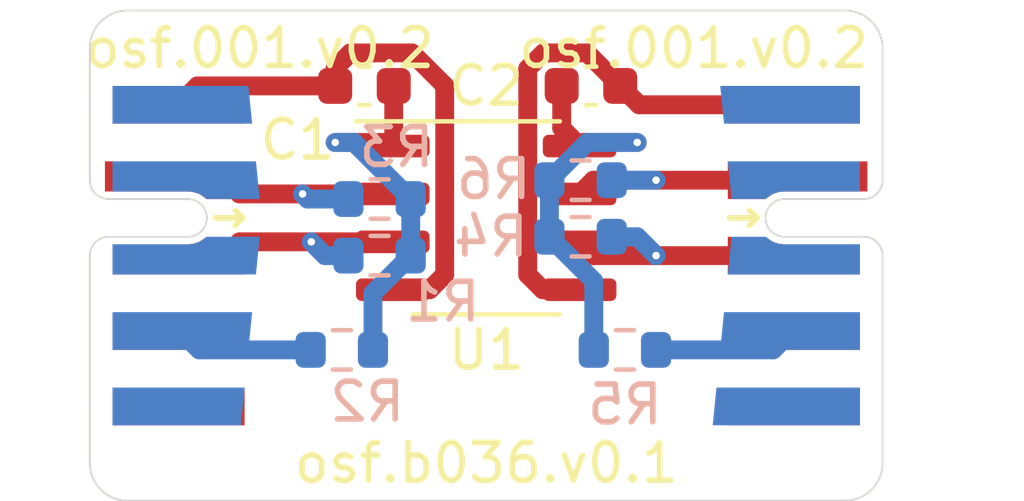
<source format=kicad_pcb>
(kicad_pcb (version 20211014) (generator pcbnew)
  (layers (0 "F.Cu" signal) (31 "B.Cu" signal) (34 "B.Paste" user) (35 "F.Paste" user) (36 "B.SilkS" user "B.Silkscreen") (37 "F.SilkS" user "F.Silkscreen") (38 "B.Mask" user) (39 "F.Mask" user) (44 "Edge.Cuts" user))
  (net 0 "")
  (net 1 "/isolator/GND1")
  (net 2 "/isolator/VDD1")
  (net 3 "/isolator/GND2")
  (net 4 "/isolator/VDD2")
  (net 5 "/isolator/SDA1")
  (net 6 "/isolator/SCL1")
  (net 7 "Net-(J1-Pad9)")
  (net 8 "/isolator/SDA2")
  (net 9 "/isolator/SCL2")
  (net 10 "Net-(J2-Pad9)")
  (footprint "Capacitor_SMD:C_0603_1608Metric" (layer "F.Cu") (at 84.275 76 180)
    (fp_text reference "C1" (at 1.775 -1.43) (layer "F.SilkS"))
    (fp_text value "100nF")
    (fp_line (start -0.14058 -0.51) (end 0.14058 -0.51) (layer "F.SilkS") (width 0.12))
    (fp_line (start -0.14058 0.51) (end 0.14058 0.51) (layer "F.SilkS") (width 0.12))
    (pad "1" smd roundrect locked (at -0.775 0 180) (size 0.9 0.95) (layers "F.Cu" "F.Paste" "F.Mask") (net 2 "/isolator/VDD1"))
    (pad "2" smd roundrect locked (at 0.775 0 180) (size 0.9 0.95) (layers "F.Cu" "F.Paste" "F.Mask") (net 1 "/isolator/GND1"))
  )
  (footprint "Capacitor_SMD:C_0603_1608Metric" (layer "F.Cu") (at 90.275 76)
    (fp_text reference "C2" (at -2.775 0) (layer "F.SilkS"))
    (fp_text value "100nF")
    (fp_line (start -0.14058 0.51) (end 0.14058 0.51) (layer "F.SilkS") (width 0.12))
    (fp_line (start -0.14058 -0.51) (end 0.14058 -0.51) (layer "F.SilkS") (width 0.12))
    (pad "1" smd roundrect locked (at -0.775 0) (size 0.9 0.95) (layers "F.Cu" "F.Paste" "F.Mask") (net 4 "/isolator/VDD2"))
    (pad "2" smd roundrect locked (at 0.775 0) (size 0.9 0.95) (layers "F.Cu" "F.Paste" "F.Mask") (net 3 "/isolator/GND2"))
  )
  (footprint "on_edge:on_edge_2x05_device" (layer "F.Cu") (at 77 80.5 -90)
    (fp_text reference "J1")
    (fp_text value "001_I2C")
    (fp_line (start -1 -4.05) (end -1 -3.323) (layer "F.SilkS") (width 0.153))
    (fp_line (start -1.2 -3.85) (end -1 -4.05) (layer "F.SilkS") (width 0.153))
    (fp_line (start -1 -4.05) (end -0.8 -3.85) (layer "F.SilkS") (width 0.153))
    (fp_line (start -4 0) (end -2 0) (layer "Edge.Cuts") (width 0.05))
    (fp_line (start -1.5 -2.6) (end -1.5 -0.5) (layer "Edge.Cuts") (width 0.05))
    (fp_line (start 0 0) (end 4 0) (layer "Edge.Cuts") (width 0.05))
    (fp_line (start -0.5 -0.5) (end -0.5 -2.6) (layer "Edge.Cuts") (width 0.05))
    (fp_arc (start -1.5 -2.6) (mid -1 -3.1) (end -0.5 -2.6) (layer "Edge.Cuts") (width 0.05))
    (fp_arc (start -1.5 -0.5) (mid -1.646447 -0.146447) (end -2 0) (layer "Edge.Cuts") (width 0.05))
    (fp_arc (start 0 0) (mid -0.353553 -0.146447) (end -0.5 -0.5) (layer "Edge.Cuts") (width 0.05))
    (pad "1" smd rect locked (at -4 -2.35 90) (size 1 3.5) (layers "F.Cu" "F.Mask") (net 1 "/isolator/GND1"))
    (pad "2" smd custom locked (at -2 -3.6 270) (size 1 1) (layers "F.Cu" "F.Mask") (net 5 "/isolator/SDA1") (options (clearance outline) (anchor rect)) (primitives (gr_poly (pts (xy 0.3 1) (xy 0.31 0.89) (xy 0.33 0.81) (xy 0.35 0.75) (xy 0.37 0.7) (xy 0.4 0.65) (xy 0.44 0.59) (xy 0.48 0.54) (xy 0.5 0.52) (xy 0.5 -0.5) (xy -0.5 -0.5) (xy -0.5 3.2) (xy 0.3 3.2)) (width 0) (fill yes))))
    (pad "3" smd custom locked (at 0 -3.6 270) (size 1 1) (layers "F.Cu" "F.Mask") (net 6 "/isolator/SCL1") (options (clearance outline) (anchor rect)) (primitives (gr_poly (pts (xy -0.3 1) (xy -0.31 0.89) (xy -0.33 0.81) (xy -0.35 0.75) (xy -0.37 0.7) (xy -0.4 0.65) (xy -0.44 0.59) (xy -0.48 0.54) (xy -0.5 0.52) (xy -0.5 -0.5) (xy 0.5 -0.5) (xy 0.5 3) (xy -0.3 3)) (width 0) (fill yes))))
    (pad "4" smd rect locked (at 2 -2.35 90) (size 1 3.5) (layers "F.Cu" "F.Mask"))
    (pad "5" smd rect locked (at 4 -2.35 90) (size 1 3.5) (layers "F.Cu" "F.Mask"))
    (pad "6" smd custom locked (at -4 -2.4 270) (size 1 3.6) (layers "B.Cu" "B.Mask") (options (clearance outline) (anchor rect)) (primitives (gr_poly (pts (xy 0.5 -1.8) (xy 0.5 -1.9) (xy -0.5 -1.8)) (width 0) (fill yes))))
    (pad "7" smd custom locked (at -2 -2.1 270) (size 0.4 0.4) (layers "B.Cu" "B.Mask") (options (clearance outline) (anchor rect)) (primitives (gr_poly (pts (xy 0.3 -0.51) (xy 0.31 -0.62) (xy 0.33 -0.7) (xy 0.35 -0.76) (xy 0.37 -0.81) (xy 0.4 -0.86) (xy 0.44 -0.92) (xy 0.48 -0.97) (xy 0.5 -0.99) (xy 0.5 -2.4) (xy -0.5 -2.3) (xy -0.5 1.5) (xy 0.3 1.5)) (width 0) (fill yes))))
    (pad "8" smd custom locked (at 0 -2.1 270) (size 0.4 0.4) (layers "B.Cu" "B.Mask") (options (clearance outline) (anchor rect)) (primitives (gr_poly (pts (xy -0.3 -0.51) (xy -0.31 -0.62) (xy -0.33 -0.7) (xy -0.35 -0.76) (xy -0.37 -0.81) (xy -0.4 -0.86) (xy -0.44 -0.92) (xy -0.48 -0.97) (xy -0.5 -0.99) (xy -0.5 -2.4) (xy 0.5 -2.3) (xy 0.5 1.5) (xy -0.3 1.5)) (width 0) (fill yes))))
    (pad "9" smd custom locked (at 2 -2.4 270) (size 1 3.6) (layers "B.Cu" "B.Mask") (net 7 "Net-(J1-Pad9)") (options (clearance outline) (anchor rect)) (primitives (gr_poly (pts (xy -0.5 -1.8) (xy -0.5 -1.9) (xy 0.5 -1.8)) (width 0) (fill yes))))
    (pad "10" smd custom locked (at 4 -2.3 270) (size 1 3.4) (layers "B.Cu" "B.Mask") (options (clearance outline) (anchor rect)) (primitives (gr_poly (pts (xy -0.5 -1.7) (xy -0.5 -1.8) (xy 0.5 -1.7)) (width 0) (fill yes))))
  )
  (footprint "on_edge:on_edge_2x05_host" (layer "F.Cu") (at 98 80.5 -90)
    (fp_text reference "J2")
    (fp_text value "001_I2C")
    (fp_line (start -1 3.323) (end -1.2 3.523) (layer "F.SilkS") (width 0.153))
    (fp_line (start -0.8 3.523) (end -1 3.323) (layer "F.SilkS") (width 0.153))
    (fp_line (start -1 4.05) (end -1 3.323) (layer "F.SilkS") (width 0.153))
    (fp_line (start -0.5 2.6) (end -0.5 0.5) (layer "Edge.Cuts") (width 0.05))
    (fp_line (start -1.5 0.5) (end -1.5 2.6) (layer "Edge.Cuts") (width 0.05))
    (fp_line (start -4 0) (end -2 0) (layer "Edge.Cuts") (width 0.05))
    (fp_line (start 0 0) (end 4 0) (layer "Edge.Cuts") (width 0.05))
    (fp_arc (start -0.5 0.5) (mid -0.353553 0.146447) (end 0 0) (layer "Edge.Cuts") (width 0.05))
    (fp_arc (start -0.5 2.6) (mid -1 3.1) (end -1.5 2.6) (layer "Edge.Cuts") (width 0.05))
    (fp_arc (start -2 0) (mid -1.646447 0.146447) (end -1.5 0.5) (layer "Edge.Cuts") (width 0.05))
    (pad "1" smd rect locked (at -4 2.35 270) (size 1 3.5) (layers "F.Cu" "F.Mask") (net 3 "/isolator/GND2"))
    (pad "2" smd custom locked (at -2 3.6 270) (size 1 1) (layers "F.Cu" "F.Mask") (net 8 "/isolator/SDA2") (options (clearance outline) (anchor rect)) (primitives (gr_poly (pts (xy 0.3 -0.99) (xy 0.31 -0.88) (xy 0.33 -0.8) (xy 0.35 -0.74) (xy 0.37 -0.69) (xy 0.4 -0.64) (xy 0.44 -0.58) (xy 0.48 -0.53) (xy 0.5 -0.51) (xy 0.5 0.5) (xy -0.5 0.5) (xy -0.5 -3.2) (xy 0.3 -3.2)) (width 0) (fill yes))))
    (pad "3" smd custom locked (at 0 3.6 270) (size 1 1) (layers "F.Cu" "F.Mask") (net 9 "/isolator/SCL2") (options (clearance outline) (anchor rect)) (primitives (gr_poly (pts (xy -0.3 -0.99) (xy -0.31 -0.88) (xy -0.33 -0.8) (xy -0.35 -0.74) (xy -0.37 -0.69) (xy -0.4 -0.64) (xy -0.44 -0.58) (xy -0.48 -0.53) (xy -0.5 -0.51) (xy -0.5 0.5) (xy 0.5 0.5) (xy 0.5 -3) (xy -0.3 -3)) (width 0) (fill yes))))
    (pad "4" smd rect locked (at 2 2.35 270) (size 1 3.5) (layers "F.Cu" "F.Mask"))
    (pad "5" smd rect locked (at 4 2.35 270) (size 1 3.5) (layers "F.Cu" "F.Mask"))
    (pad "6" smd custom locked (at -4 2.4 90) (size 1 3.6) (layers "B.Cu" "B.Mask") (options (clearance outline) (anchor rect)) (primitives (gr_poly (pts (xy 0.5 -1.8) (xy 0.5 -1.9) (xy -0.5 -1.8)) (width 0) (fill yes))))
    (pad "7" smd custom locked (at -2 2.1 90) (size 0.4 0.4) (layers "B.Cu" "B.Mask") (options (clearance outline) (anchor rect)) (primitives (gr_poly (pts (xy -0.3 -0.51) (xy -0.31 -0.62) (xy -0.33 -0.7) (xy -0.35 -0.76) (xy -0.37 -0.81) (xy -0.4 -0.86) (xy -0.44 -0.92) (xy -0.48 -0.97) (xy -0.5 -0.99) (xy -0.5 -1.9) (xy 0.5 -2) (xy 0.5 1.5) (xy -0.3 1.5)) (width 0) (fill yes))))
    (pad "8" smd custom locked (at 0 2.1 90) (size 0.4 0.4) (layers "B.Cu" "B.Mask") (options (clearance outline) (anchor rect)) (primitives (gr_poly (pts (xy 0.3 -0.51) (xy 0.31 -0.62) (xy 0.33 -0.7) (xy 0.35 -0.76) (xy 0.37 -0.81) (xy 0.4 -0.86) (xy 0.44 -0.92) (xy 0.48 -0.97) (xy 0.5 -0.99) (xy 0.5 -1.9) (xy -0.5 -2) (xy -0.5 1.5) (xy 0.3 1.5)) (width 0) (fill yes))))
    (pad "9" smd custom locked (at 2 2.4 90) (size 1 3.6) (layers "B.Cu" "B.Mask") (net 10 "Net-(J2-Pad9)") (options (clearance outline) (anchor rect)) (primitives (gr_poly (pts (xy 0.5 -1.8) (xy -0.5 -1.9) (xy -0.5 -1.8)) (width 0) (fill yes))))
    (pad "10" smd custom locked (at 4 2.5 90) (size 1 3.8) (layers "B.Cu" "B.Mask") (options (clearance outline) (anchor rect)) (primitives (gr_poly (pts (xy 0.5 -1.9) (xy -0.5 -2) (xy -0.5 -1.9)) (width 0) (fill yes))))
  )
  (footprint "Package_SO:SOIC-8_3.9x4.9mm_P1.27mm" (layer "F.Cu") (at 87.5 79.5)
    (fp_text reference "U1" (at 0 3.5) (layer "F.SilkS"))
    (fp_text value "ADUM1251ARZ-RL7")
    (fp_line (start 0 -2.56) (end 1.95 -2.56) (layer "F.SilkS") (width 0.12))
    (fp_line (start 0 2.56) (end 1.95 2.56) (layer "F.SilkS") (width 0.12))
    (fp_line (start 0 -2.56) (end -3.45 -2.56) (layer "F.SilkS") (width 0.12))
    (fp_line (start 0 2.56) (end -1.95 2.56) (layer "F.SilkS") (width 0.12))
    (pad "1" smd roundrect locked (at -2.475 -1.905) (size 1.95 0.6) (layers "F.Cu" "F.Paste" "F.Mask") (net 2 "/isolator/VDD1"))
    (pad "2" smd roundrect locked (at -2.475 -0.635) (size 1.95 0.6) (layers "F.Cu" "F.Paste" "F.Mask") (net 5 "/isolator/SDA1"))
    (pad "3" smd roundrect locked (at -2.475 0.635) (size 1.95 0.6) (layers "F.Cu" "F.Paste" "F.Mask") (net 6 "/isolator/SCL1"))
    (pad "4" smd roundrect locked (at -2.475 1.905) (size 1.95 0.6) (layers "F.Cu" "F.Paste" "F.Mask") (net 1 "/isolator/GND1"))
    (pad "5" smd roundrect locked (at 2.475 1.905) (size 1.95 0.6) (layers "F.Cu" "F.Paste" "F.Mask") (net 3 "/isolator/GND2"))
    (pad "6" smd roundrect locked (at 2.475 0.635) (size 1.95 0.6) (layers "F.Cu" "F.Paste" "F.Mask") (net 9 "/isolator/SCL2"))
    (pad "7" smd roundrect locked (at 2.475 -0.635) (size 1.95 0.6) (layers "F.Cu" "F.Paste" "F.Mask") (net 8 "/isolator/SDA2"))
    (pad "8" smd roundrect locked (at 2.475 -1.905) (size 1.95 0.6) (layers "F.Cu" "F.Paste" "F.Mask") (net 4 "/isolator/VDD2"))
  )
  (footprint "Resistor_SMD:R_0603_1608Metric" (layer "B.Cu") (at 84.675 80.5)
    (fp_text reference "R1" (at 1.675 1.225) (layer "B.SilkS") (effects (justify mirror)))
    (fp_text value "d.n.p.")
    (fp_line (start -0.237258 0.5225) (end 0.237258 0.5225) (layer "B.SilkS") (width 0.12))
    (fp_line (start -0.237258 -0.5225) (end 0.237258 -0.5225) (layer "B.SilkS") (width 0.12))
    (pad "1" smd roundrect locked (at -0.825 0) (size 0.8 0.95) (layers "B.Cu" "B.Paste" "B.Mask") (net 6 "/isolator/SCL1"))
    (pad "2" smd roundrect locked (at 0.825 0) (size 0.8 0.95) (layers "B.Cu" "B.Paste" "B.Mask") (net 2 "/isolator/VDD1"))
  )
  (footprint "Resistor_SMD:R_0603_1608Metric" (layer "B.Cu") (at 83.675 83 180)
    (fp_text reference "R2" (at -0.675 -1.375) (layer "B.SilkS") (effects (justify mirror)))
    (fp_text value "0R")
    (fp_line (start -0.237258 -0.5225) (end 0.237258 -0.5225) (layer "B.SilkS") (width 0.12))
    (fp_line (start -0.237258 0.5225) (end 0.237258 0.5225) (layer "B.SilkS") (width 0.12))
    (pad "1" smd roundrect locked (at -0.825 0 180) (size 0.8 0.95) (layers "B.Cu" "B.Paste" "B.Mask") (net 2 "/isolator/VDD1"))
    (pad "2" smd roundrect locked (at 0.825 0 180) (size 0.8 0.95) (layers "B.Cu" "B.Paste" "B.Mask") (net 7 "Net-(J1-Pad9)"))
  )
  (footprint "Resistor_SMD:R_0603_1608Metric" (layer "B.Cu") (at 84.675 79)
    (fp_text reference "R3" (at 0.45 -1.375) (layer "B.SilkS") (effects (justify mirror)))
    (fp_text value "d.n.p.")
    (fp_line (start -0.237258 0.5225) (end 0.237258 0.5225) (layer "B.SilkS") (width 0.12))
    (fp_line (start -0.237258 -0.5225) (end 0.237258 -0.5225) (layer "B.SilkS") (width 0.12))
    (pad "1" smd roundrect locked (at -0.825 0) (size 0.8 0.95) (layers "B.Cu" "B.Paste" "B.Mask") (net 5 "/isolator/SDA1"))
    (pad "2" smd roundrect locked (at 0.825 0) (size 0.8 0.95) (layers "B.Cu" "B.Paste" "B.Mask") (net 2 "/isolator/VDD1"))
  )
  (footprint "Resistor_SMD:R_0603_1608Metric" (layer "B.Cu") (at 90 80 180)
    (fp_text reference "R4" (at 2.375 0) (layer "B.SilkS") (effects (justify mirror)))
    (fp_text value "d.n.p.")
    (fp_line (start -0.237258 -0.5225) (end 0.237258 -0.5225) (layer "B.SilkS") (width 0.12))
    (fp_line (start -0.237258 0.5225) (end 0.237258 0.5225) (layer "B.SilkS") (width 0.12))
    (pad "1" smd roundrect locked (at -0.825 0 180) (size 0.8 0.95) (layers "B.Cu" "B.Paste" "B.Mask") (net 9 "/isolator/SCL2"))
    (pad "2" smd roundrect locked (at 0.825 0 180) (size 0.8 0.95) (layers "B.Cu" "B.Paste" "B.Mask") (net 4 "/isolator/VDD2"))
  )
  (footprint "Resistor_SMD:R_0603_1608Metric" (layer "B.Cu") (at 91.175 83 180)
    (fp_text reference "R5" (at 0 -1.45) (layer "B.SilkS") (effects (justify mirror)))
    (fp_text value "0R")
    (fp_line (start -0.237258 0.5225) (end 0.237258 0.5225) (layer "B.SilkS") (width 0.12))
    (fp_line (start -0.237258 -0.5225) (end 0.237258 -0.5225) (layer "B.SilkS") (width 0.12))
    (pad "1" smd roundrect locked (at -0.825 0 180) (size 0.8 0.95) (layers "B.Cu" "B.Paste" "B.Mask") (net 10 "Net-(J2-Pad9)"))
    (pad "2" smd roundrect locked (at 0.825 0 180) (size 0.8 0.95) (layers "B.Cu" "B.Paste" "B.Mask") (net 4 "/isolator/VDD2"))
  )
  (footprint "Resistor_SMD:R_0603_1608Metric" (layer "B.Cu") (at 90 78.5 180)
    (fp_text reference "R6" (at 2.3 0.025) (layer "B.SilkS") (effects (justify mirror)))
    (fp_text value "d.n.p.")
    (fp_line (start -0.237258 -0.5225) (end 0.237258 -0.5225) (layer "B.SilkS") (width 0.12))
    (fp_line (start -0.237258 0.5225) (end 0.237258 0.5225) (layer "B.SilkS") (width 0.12))
    (pad "1" smd roundrect locked (at -0.825 0 180) (size 0.8 0.95) (layers "B.Cu" "B.Paste" "B.Mask") (net 8 "/isolator/SDA2"))
    (pad "2" smd roundrect locked (at 0.825 0 180) (size 0.8 0.95) (layers "B.Cu" "B.Paste" "B.Mask") (net 4 "/isolator/VDD2"))
  )
  (gr_line (start 97 87) (end 78 87) (layer "Edge.Cuts") (width 0.05))
  (gr_line (start 77 86) (end 77 84.5) (layer "Edge.Cuts") (width 0.05))
  (gr_line (start 78 74) (end 97 74) (layer "Edge.Cuts") (width 0.05))
  (gr_line (start 98 76.5) (end 98 75) (layer "Edge.Cuts") (width 0.05))
  (gr_line (start 77 76.5) (end 77 75) (layer "Edge.Cuts") (width 0.05))
  (gr_arc (start 98 86) (mid 97.707107 86.707107) (end 97 87) (layer "Edge.Cuts") (width 0.05))
  (gr_arc (start 78 87) (mid 77.292893 86.707107) (end 77 86) (layer "Edge.Cuts") (width 0.05))
  (gr_arc (start 97 74) (mid 97.707107 74.292893) (end 98 75) (layer "Edge.Cuts") (width 0.05))
  (gr_arc (start 77 75) (mid 77.292893 74.292893) (end 78 74) (layer "Edge.Cuts") (width 0.05))
  (gr_line (start 98 86) (end 98 84.5) (layer "Edge.Cuts") (width 0.05))
  (gr_text "osf.001.v0.2" (at 93 75) (layer "F.SilkS") (effects (font (size 1 1))))
  (gr_text "osf.b036.v0.1" (at 87.5 86) (layer "F.SilkS") (effects (font (size 1 1))))
  (gr_text "osf.001.v0.2" (at 81.5 75) (layer "F.SilkS") (effects (font (size 1 1))))
  (segment (start 83.5 76) (end 79.85 76) (width 0.5) (layer "F.Cu") (net 1))
  (segment (start 86.40001 81.00499) (end 86 81.405) (width 0.5) (layer "F.Cu") (net 1))
  (segment (start 83.5 76) (end 83.5 75.525) (width 0.5) (layer "F.Cu") (net 1))
  (segment (start 86 81.405) (end 85.025 81.405) (width 0.5) (layer "F.Cu") (net 1))
  (segment (start 79.85 76) (end 79.35 76.5) (width 0.5) (layer "F.Cu") (net 1))
  (segment (start 83.90001 75.12499) (end 85.53389 75.12499) (width 0.5) (layer "F.Cu") (net 1))
  (segment (start 85.53389 75.12499) (end 86.40001 75.99111) (width 0.5) (layer "F.Cu") (net 1))
  (segment (start 83.5 75.525) (end 83.90001 75.12499) (width 0.5) (layer "F.Cu") (net 1))
  (segment (start 86.40001 75.99111) (end 86.40001 81.00499) (width 0.5) (layer "F.Cu") (net 1))
  (segment (start 85.05 76) (end 85.05 77.57) (width 0.5) (layer "F.Cu") (net 2))
  (segment (start 84.93 77.5) (end 85.025 77.595) (width 0.5) (layer "F.Cu") (net 2))
  (segment (start 85.05 77.57) (end 85.025 77.595) (width 0.5) (layer "F.Cu") (net 2))
  (segment (start 83.5 77.5) (end 84.93 77.5) (width 0.5) (layer "F.Cu") (net 2))
  (via (at 83.5 77.5) (size 0.45) (drill 0.2) (layers "F.Cu" "B.Cu") (net 2))
  (segment (start 84.5 83) (end 84.5 81.5) (width 0.5) (layer "B.Cu") (net 2))
  (segment (start 84 77.5) (end 83.5 77.5) (width 0.5) (layer "B.Cu") (net 2))
  (segment (start 84.5 81.5) (end 85.5 80.5) (width 0.5) (layer "B.Cu") (net 2))
  (segment (start 85.5 80.5) (end 85.5 79) (width 0.5) (layer "B.Cu") (net 2))
  (segment (start 85.5 79) (end 84 77.5) (width 0.5) (layer "B.Cu") (net 2))
  (segment (start 88.59999 81.00499) (end 89 81.405) (width 0.5) (layer "F.Cu") (net 3))
  (segment (start 89.01611 75.12499) (end 88.59999 75.54111) (width 0.5) (layer "F.Cu") (net 3))
  (segment (start 91.05 76) (end 90.17499 75.12499) (width 0.5) (layer "F.Cu") (net 3))
  (segment (start 89 81.405) (end 89.975 81.405) (width 0.5) (layer "F.Cu") (net 3))
  (segment (start 95.65 76.5) (end 91.55 76.5) (width 0.5) (layer "F.Cu") (net 3))
  (segment (start 91.55 76.5) (end 91.05 76) (width 0.5) (layer "F.Cu") (net 3))
  (segment (start 88.59999 75.54111) (end 88.59999 81.00499) (width 0.5) (layer "F.Cu") (net 3))
  (segment (start 90.17499 75.12499) (end 89.01611 75.12499) (width 0.5) (layer "F.Cu") (net 3))
  (segment (start 91.5 77.5) (end 90.07 77.5) (width 0.5) (layer "F.Cu") (net 4))
  (segment (start 89.5 76) (end 89.5 77.12) (width 0.5) (layer "F.Cu") (net 4))
  (segment (start 90.07 77.5) (end 89.975 77.595) (width 0.5) (layer "F.Cu") (net 4))
  (segment (start 89.5 77.12) (end 89.975 77.595) (width 0.5) (layer "F.Cu") (net 4))
  (via (at 91.5 77.5) (size 0.45) (drill 0.2) (layers "F.Cu" "B.Cu") (net 4))
  (segment (start 90.35 83) (end 90.35 81.175) (width 0.5) (layer "B.Cu") (net 4))
  (segment (start 89.175 80) (end 89.175 78.5) (width 0.5) (layer "B.Cu") (net 4))
  (segment (start 90.35 81.175) (end 89.175 80) (width 0.5) (layer "B.Cu") (net 4))
  (segment (start 90.175 77.5) (end 91.5 77.5) (width 0.5) (layer "B.Cu") (net 4))
  (segment (start 89.175 78.5) (end 90.175 77.5) (width 0.5) (layer "B.Cu") (net 4))
  (segment (start 80.965 78.865) (end 80.6 78.5) (width 0.5) (layer "F.Cu") (net 5))
  (segment (start 82.635 78.865) (end 80.965 78.865) (width 0.5) (layer "F.Cu") (net 5))
  (segment (start 85.025 78.865) (end 82.635 78.865) (width 0.5) (layer "F.Cu") (net 5))
  (via (at 82.635 78.865) (size 0.45) (drill 0.2) (layers "F.Cu" "B.Cu") (net 5))
  (segment (start 83.85 79) (end 82.77 79) (width 0.5) (layer "B.Cu") (net 5))
  (segment (start 82.77 79) (end 82.635 78.865) (width 0.5) (layer "B.Cu") (net 5))
  (segment (start 80.965 80.135) (end 80.6 80.5) (width 0.5) (layer "F.Cu") (net 6))
  (segment (start 82.865 80.135) (end 80.965 80.135) (width 0.5) (layer "F.Cu") (net 6))
  (segment (start 85.025 80.135) (end 82.865 80.135) (width 0.5) (layer "F.Cu") (net 6))
  (via (at 82.865 80.135) (size 0.45) (drill 0.2) (layers "F.Cu" "B.Cu") (net 6))
  (segment (start 83.23 80.5) (end 82.865 80.135) (width 0.5) (layer "B.Cu") (net 6))
  (segment (start 83.85 80.5) (end 83.23 80.5) (width 0.5) (layer "B.Cu") (net 6))
  (segment (start 82.85 83) (end 79.9 83) (width 0.5) (layer "B.Cu") (net 7))
  (segment (start 79.9 83) (end 79.4 82.5) (width 0.5) (layer "B.Cu") (net 7))
  (segment (start 94.4 78.5) (end 92 78.5) (width 0.5) (layer "F.Cu") (net 8))
  (segment (start 90.34 78.5) (end 89.975 78.865) (width 0.5) (layer "F.Cu") (net 8))
  (segment (start 92 78.5) (end 90.34 78.5) (width 0.5) (layer "F.Cu") (net 8))
  (via (at 92 78.5) (size 0.45) (drill 0.2) (layers "F.Cu" "B.Cu") (net 8))
  (segment (start 90.825 78.5) (end 92 78.5) (width 0.5) (layer "B.Cu") (net 8))
  (segment (start 92 80.5) (end 90.34 80.5) (width 0.5) (layer "F.Cu") (net 9))
  (segment (start 94.4 80.5) (end 92 80.5) (width 0.5) (layer "F.Cu") (net 9))
  (segment (start 90.34 80.5) (end 89.975 80.135) (width 0.5) (layer "F.Cu") (net 9))
  (via (at 92 80.5) (size 0.45) (drill 0.2) (layers "F.Cu" "B.Cu") (net 9))
  (segment (start 90.825 80) (end 91.5 80) (width 0.5) (layer "B.Cu") (net 9))
  (segment (start 91.5 80) (end 92 80.5) (width 0.5) (layer "B.Cu") (net 9))
  (segment (start 92 83) (end 95.1 83) (width 0.5) (layer "B.Cu") (net 10))
  (segment (start 95.1 83) (end 95.6 82.5) (width 0.5) (layer "B.Cu") (net 10))
)
</source>
